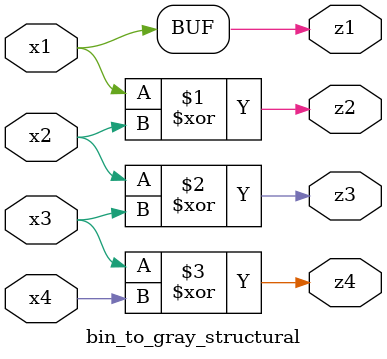
<source format=v>
module bin_to_gray_structural (x1, x2, x3, x4, z1, z2 ,z3, z4);

input x1, x2, x3, x4;
output z1, z2, z3, z4;

buf inst1 (z1,x1);
xor inst2 (z2, x1, x2);
xor inst3 (z3, x2, x3);
xor inst4 (z4, x3, x4);

endmodule


</source>
